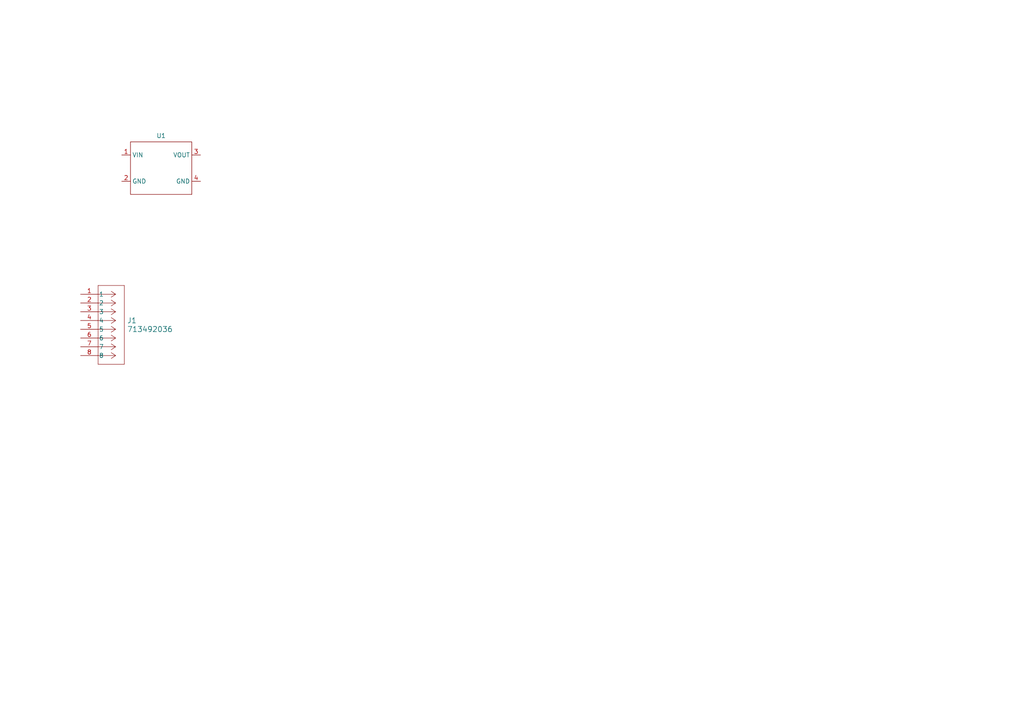
<source format=kicad_sch>
(kicad_sch (version 20250114) (generator "eeschema") (generator_version "9.0")
  (paper "A4")
  (lib_symbols
    (symbol "zentripetal-connectors:713492036" (pin_names (offset 0.254))
      (property "Reference" "J" (at 8.89 6.35 0))
      (property "Value" "713492036" (at 0 0 0))
      (symbol "713492036_1_1"
        (polyline (pts (xy 5.08 2.54) (xy 5.08 -20.32)) (stroke (width 0.127)))
        (polyline (pts (xy 5.08 -20.32) (xy 12.7 -20.32)) (stroke (width 0.127)))
        (polyline (pts (xy 10.16 0) (xy 5.08 0)) (stroke (width 0.127)))
        (polyline (pts (xy 10.16 0) (xy 8.89 0.8467)) (stroke (width 0.127)))
        (polyline (pts (xy 10.16 0) (xy 8.89 -0.8467)) (stroke (width 0.127)))
        (polyline (pts (xy 10.16 -2.54) (xy 5.08 -2.54)) (stroke (width 0.127)))
        (polyline (pts (xy 10.16 -2.54) (xy 8.89 -1.6933)) (stroke (width 0.127)))
        (polyline (pts (xy 10.16 -2.54) (xy 8.89 -3.3867)) (stroke (width 0.127)))
        (polyline (pts (xy 10.16 -5.08) (xy 5.08 -5.08)) (stroke (width 0.127)))
        (polyline (pts (xy 10.16 -5.08) (xy 8.89 -4.2333)) (stroke (width 0.127)))
        (polyline (pts (xy 10.16 -5.08) (xy 8.89 -5.9267)) (stroke (width 0.127)))
        (polyline (pts (xy 10.16 -7.62) (xy 5.08 -7.62)) (stroke (width 0.127)))
        (polyline (pts (xy 10.16 -7.62) (xy 8.89 -6.7733)) (stroke (width 0.127)))
        (polyline (pts (xy 10.16 -7.62) (xy 8.89 -8.4667)) (stroke (width 0.127)))
        (polyline (pts (xy 10.16 -10.16) (xy 5.08 -10.16)) (stroke (width 0.127)))
        (polyline (pts (xy 10.16 -10.16) (xy 8.89 -9.3133)) (stroke (width 0.127)))
        (polyline (pts (xy 10.16 -10.16) (xy 8.89 -11.0067)) (stroke (width 0.127)))
        (polyline (pts (xy 10.16 -12.7) (xy 5.08 -12.7)) (stroke (width 0.127)))
        (polyline (pts (xy 10.16 -12.7) (xy 8.89 -11.8533)) (stroke (width 0.127)))
        (polyline (pts (xy 10.16 -12.7) (xy 8.89 -13.5467)) (stroke (width 0.127)))
        (polyline (pts (xy 10.16 -15.24) (xy 5.08 -15.24)) (stroke (width 0.127)))
        (polyline (pts (xy 10.16 -15.24) (xy 8.89 -14.3933)) (stroke (width 0.127)))
        (polyline (pts (xy 10.16 -15.24) (xy 8.89 -16.0867)) (stroke (width 0.127)))
        (polyline (pts (xy 10.16 -17.78) (xy 5.08 -17.78)) (stroke (width 0.127)))
        (polyline (pts (xy 10.16 -17.78) (xy 8.89 -16.9333)) (stroke (width 0.127)))
        (polyline (pts (xy 10.16 -17.78) (xy 8.89 -18.6267)) (stroke (width 0.127)))
        (polyline (pts (xy 12.7 2.54) (xy 5.08 2.54)) (stroke (width 0.127)))
        (polyline (pts (xy 12.7 -20.32) (xy 12.7 2.54)) (stroke (width 0.127)))
        (pin unspecified line (at 0 0 0) (length 5.08) (name "1") (number "1"))
        (pin unspecified line (at 0 -2.54 0) (length 5.08) (name "2") (number "2"))
        (pin unspecified line (at 0 -5.08 0) (length 5.08) (name "3") (number "3"))
        (pin unspecified line (at 0 -7.62 0) (length 5.08) (name "4") (number "4"))
        (pin unspecified line (at 0 -10.16 0) (length 5.08) (name "5") (number "5"))
        (pin unspecified line (at 0 -12.7 0) (length 5.08) (name "6") (number "6"))
        (pin unspecified line (at 0 -15.24 0) (length 5.08) (name "7") (number "7"))
        (pin unspecified line (at 0 -17.78 0) (length 5.08) (name "8") (number "8"))
      )
      (symbol "713492036_1_2"
        (polyline (pts (xy 5.08 2.54) (xy 5.08 -20.32)) (stroke (width 0.127)))
        (polyline (pts (xy 5.08 -20.32) (xy 12.7 -20.32)) (stroke (width 0.127)))
        (polyline (pts (xy 7.62 0) (xy 5.08 0)) (stroke (width 0.127)))
        (polyline (pts (xy 7.62 0) (xy 8.89 0.8467)) (stroke (width 0.127)))
        (polyline (pts (xy 7.62 0) (xy 8.89 -0.8467)) (stroke (width 0.127)))
        (polyline (pts (xy 7.62 -2.54) (xy 5.08 -2.54)) (stroke (width 0.127)))
        (polyline (pts (xy 7.62 -2.54) (xy 8.89 -1.6933)) (stroke (width 0.127)))
        (polyline (pts (xy 7.62 -2.54) (xy 8.89 -3.3867)) (stroke (width 0.127)))
        (polyline (pts (xy 7.62 -5.08) (xy 5.08 -5.08)) (stroke (width 0.127)))
        (polyline (pts (xy 7.62 -5.08) (xy 8.89 -4.2333)) (stroke (width 0.127)))
        (polyline (pts (xy 7.62 -5.08) (xy 8.89 -5.9267)) (stroke (width 0.127)))
        (polyline (pts (xy 7.62 -7.62) (xy 5.08 -7.62)) (stroke (width 0.127)))
        (polyline (pts (xy 7.62 -7.62) (xy 8.89 -6.7733)) (stroke (width 0.127)))
        (polyline (pts (xy 7.62 -7.62) (xy 8.89 -8.4667)) (stroke (width 0.127)))
        (polyline (pts (xy 7.62 -10.16) (xy 5.08 -10.16)) (stroke (width 0.127)))
        (polyline (pts (xy 7.62 -10.16) (xy 8.89 -9.3133)) (stroke (width 0.127)))
        (polyline (pts (xy 7.62 -10.16) (xy 8.89 -11.0067)) (stroke (width 0.127)))
        (polyline (pts (xy 7.62 -12.7) (xy 5.08 -12.7)) (stroke (width 0.127)))
        (polyline (pts (xy 7.62 -12.7) (xy 8.89 -11.8533)) (stroke (width 0.127)))
        (polyline (pts (xy 7.62 -12.7) (xy 8.89 -13.5467)) (stroke (width 0.127)))
        (polyline (pts (xy 7.62 -15.24) (xy 5.08 -15.24)) (stroke (width 0.127)))
        (polyline (pts (xy 7.62 -15.24) (xy 8.89 -14.3933)) (stroke (width 0.127)))
        (polyline (pts (xy 7.62 -15.24) (xy 8.89 -16.0867)) (stroke (width 0.127)))
        (polyline (pts (xy 7.62 -17.78) (xy 5.08 -17.78)) (stroke (width 0.127)))
        (polyline (pts (xy 7.62 -17.78) (xy 8.89 -16.9333)) (stroke (width 0.127)))
        (polyline (pts (xy 7.62 -17.78) (xy 8.89 -18.6267)) (stroke (width 0.127)))
        (polyline (pts (xy 12.7 2.54) (xy 5.08 2.54)) (stroke (width 0.127)))
        (polyline (pts (xy 12.7 -20.32) (xy 12.7 2.54)) (stroke (width 0.127)))
        (pin unspecified line (at 0 0 0) (length 5.08) (name "1") (number "1"))
        (pin unspecified line (at 0 -2.54 0) (length 5.08) (name "2") (number "2"))
        (pin unspecified line (at 0 -5.08 0) (length 5.08) (name "3") (number "3"))
        (pin unspecified line (at 0 -7.62 0) (length 5.08) (name "4") (number "4"))
        (pin unspecified line (at 0 -10.16 0) (length 5.08) (name "5") (number "5"))
        (pin unspecified line (at 0 -12.7 0) (length 5.08) (name "6") (number "6"))
        (pin unspecified line (at 0 -15.24 0) (length 5.08) (name "7") (number "7"))
        (pin unspecified line (at 0 -17.78 0) (length 5.08) (name "8") (number "8"))
      )
    )
    (symbol "zentripetal-power:nch8200hv"
      (property "Reference" "U" (at 0 10.16 0))
      (symbol "nch8200hv_0_1"
        (rectangle (start 8.89 -7.62) (end -8.89 7.62))
        (rectangle (start 8.89 -7.62) (end 8.89 -7.62))
      )
      (symbol "nch8200hv_1_1"
        (pin input line (at -11.43 3.81 0) (length 2.54) (name "VIN") (number "1"))
        (pin input line (at -11.43 -3.81 0) (length 2.54) (name "GND") (number "2"))
        (pin output line (at 11.43 3.81 180) (length 2.54) (name "VOUT") (number "3"))
        (pin output line (at 11.43 -3.81 180) (length 2.54) (name "GND") (number "4"))
      )
    )
  )
  (symbol (lib_id "zentripetal-connectors:713492036") (at 23.368 85.344 0) (unit 1)
    (property "Reference" "J1" (at 36.83 92.9639 0) (effects (font (size 1.524 1.524)) (justify left)))
    (property "Value" "713492036" (at 36.83 95.5039 0) (effects (font (size 1.524 1.524)) (justify left)))
    (property "Footprint" "zentripetal-connectors:CONN08_713492036_MOL" (effects (hide yes)))
    (property "Datasheet" "kicad-embed://datasheet.pdf" (effects (hide yes)))
  )
  (symbol (lib_id "zentripetal-power:nch8200hv") (at 46.736 48.768 0) (unit 1)
    (property "Reference" "U1" (at 46.736 39.37 0))
    (property "Footprint" "zentripetal-power:NCH8200HV" (effects (hide yes)))
    (property "Datasheet" "kicad-embed://nch8200hv_datasheet_en_v2.0.0.pdf" (effects (hide yes)))
  )
)
</source>
